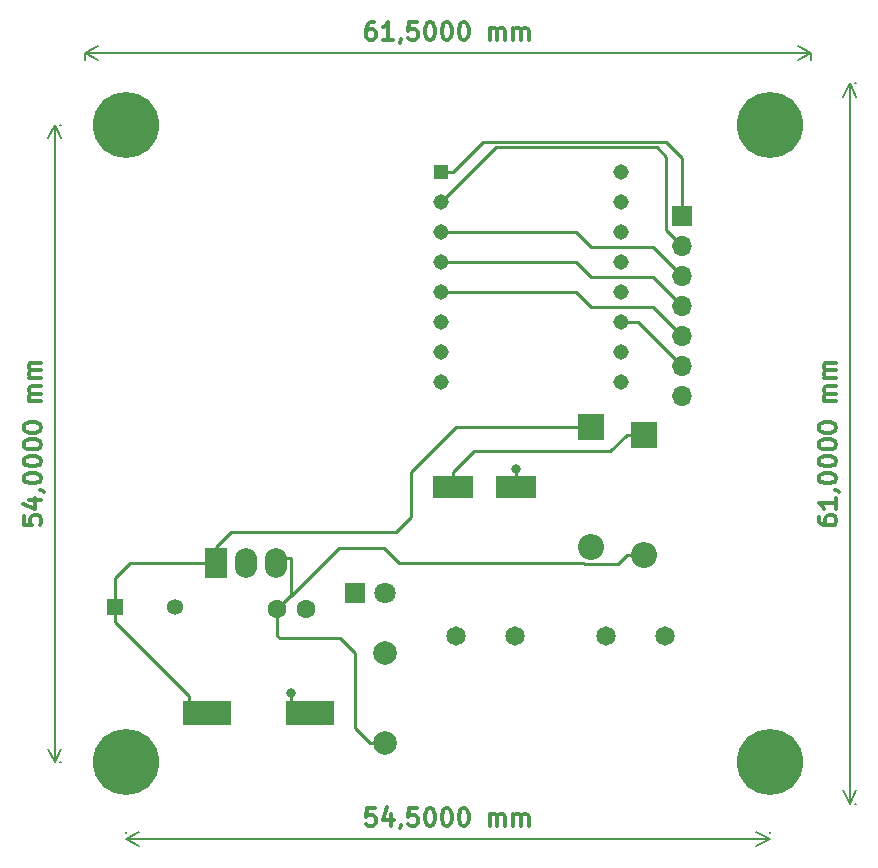
<source format=gbr>
%TF.GenerationSoftware,KiCad,Pcbnew,7.0.9*%
%TF.CreationDate,2025-09-04T13:27:58+02:00*%
%TF.ProjectId,Kicad_Projet_Sons_HW896_V1,4b696361-645f-4507-926f-6a65745f536f,rev?*%
%TF.SameCoordinates,Original*%
%TF.FileFunction,Copper,L1,Top*%
%TF.FilePolarity,Positive*%
%FSLAX46Y46*%
G04 Gerber Fmt 4.6, Leading zero omitted, Abs format (unit mm)*
G04 Created by KiCad (PCBNEW 7.0.9) date 2025-09-04 13:27:58*
%MOMM*%
%LPD*%
G01*
G04 APERTURE LIST*
%ADD10C,0.300000*%
%TA.AperFunction,NonConductor*%
%ADD11C,0.300000*%
%TD*%
%TA.AperFunction,NonConductor*%
%ADD12C,0.200000*%
%TD*%
%TA.AperFunction,ComponentPad*%
%ADD13C,5.600000*%
%TD*%
%TA.AperFunction,ComponentPad*%
%ADD14R,1.800000X1.800000*%
%TD*%
%TA.AperFunction,ComponentPad*%
%ADD15C,1.800000*%
%TD*%
%TA.AperFunction,ComponentPad*%
%ADD16C,1.600000*%
%TD*%
%TA.AperFunction,ComponentPad*%
%ADD17C,2.000000*%
%TD*%
%TA.AperFunction,ComponentPad*%
%ADD18R,1.357000X1.357000*%
%TD*%
%TA.AperFunction,ComponentPad*%
%ADD19C,1.357000*%
%TD*%
%TA.AperFunction,ComponentPad*%
%ADD20R,2.200000X2.200000*%
%TD*%
%TA.AperFunction,ComponentPad*%
%ADD21O,2.200000X2.200000*%
%TD*%
%TA.AperFunction,ComponentPad*%
%ADD22R,1.700000X1.700000*%
%TD*%
%TA.AperFunction,ComponentPad*%
%ADD23O,1.700000X1.700000*%
%TD*%
%TA.AperFunction,SMDPad,CuDef*%
%ADD24R,3.500000X1.850000*%
%TD*%
%TA.AperFunction,ComponentPad*%
%ADD25C,1.650000*%
%TD*%
%TA.AperFunction,SMDPad,CuDef*%
%ADD26R,4.100000X2.000000*%
%TD*%
%TA.AperFunction,ComponentPad*%
%ADD27R,1.308000X1.308000*%
%TD*%
%TA.AperFunction,ComponentPad*%
%ADD28C,1.308000*%
%TD*%
%TA.AperFunction,ComponentPad*%
%ADD29R,1.900000X2.500000*%
%TD*%
%TA.AperFunction,ComponentPad*%
%ADD30O,1.900000X2.500000*%
%TD*%
%TA.AperFunction,ViaPad*%
%ADD31C,0.800000*%
%TD*%
%TA.AperFunction,Conductor*%
%ADD32C,0.250000*%
%TD*%
G04 APERTURE END LIST*
D10*
D11*
X110638328Y-83742855D02*
X110638328Y-84457141D01*
X110638328Y-84457141D02*
X111352614Y-84528569D01*
X111352614Y-84528569D02*
X111281185Y-84457141D01*
X111281185Y-84457141D02*
X111209757Y-84314284D01*
X111209757Y-84314284D02*
X111209757Y-83957141D01*
X111209757Y-83957141D02*
X111281185Y-83814284D01*
X111281185Y-83814284D02*
X111352614Y-83742855D01*
X111352614Y-83742855D02*
X111495471Y-83671426D01*
X111495471Y-83671426D02*
X111852614Y-83671426D01*
X111852614Y-83671426D02*
X111995471Y-83742855D01*
X111995471Y-83742855D02*
X112066900Y-83814284D01*
X112066900Y-83814284D02*
X112138328Y-83957141D01*
X112138328Y-83957141D02*
X112138328Y-84314284D01*
X112138328Y-84314284D02*
X112066900Y-84457141D01*
X112066900Y-84457141D02*
X111995471Y-84528569D01*
X111138328Y-82385713D02*
X112138328Y-82385713D01*
X110566900Y-82742855D02*
X111638328Y-83099998D01*
X111638328Y-83099998D02*
X111638328Y-82171427D01*
X112066900Y-81528570D02*
X112138328Y-81528570D01*
X112138328Y-81528570D02*
X112281185Y-81599999D01*
X112281185Y-81599999D02*
X112352614Y-81671427D01*
X110638328Y-80599998D02*
X110638328Y-80457141D01*
X110638328Y-80457141D02*
X110709757Y-80314284D01*
X110709757Y-80314284D02*
X110781185Y-80242856D01*
X110781185Y-80242856D02*
X110924042Y-80171427D01*
X110924042Y-80171427D02*
X111209757Y-80099998D01*
X111209757Y-80099998D02*
X111566900Y-80099998D01*
X111566900Y-80099998D02*
X111852614Y-80171427D01*
X111852614Y-80171427D02*
X111995471Y-80242856D01*
X111995471Y-80242856D02*
X112066900Y-80314284D01*
X112066900Y-80314284D02*
X112138328Y-80457141D01*
X112138328Y-80457141D02*
X112138328Y-80599998D01*
X112138328Y-80599998D02*
X112066900Y-80742856D01*
X112066900Y-80742856D02*
X111995471Y-80814284D01*
X111995471Y-80814284D02*
X111852614Y-80885713D01*
X111852614Y-80885713D02*
X111566900Y-80957141D01*
X111566900Y-80957141D02*
X111209757Y-80957141D01*
X111209757Y-80957141D02*
X110924042Y-80885713D01*
X110924042Y-80885713D02*
X110781185Y-80814284D01*
X110781185Y-80814284D02*
X110709757Y-80742856D01*
X110709757Y-80742856D02*
X110638328Y-80599998D01*
X110638328Y-79171427D02*
X110638328Y-79028570D01*
X110638328Y-79028570D02*
X110709757Y-78885713D01*
X110709757Y-78885713D02*
X110781185Y-78814285D01*
X110781185Y-78814285D02*
X110924042Y-78742856D01*
X110924042Y-78742856D02*
X111209757Y-78671427D01*
X111209757Y-78671427D02*
X111566900Y-78671427D01*
X111566900Y-78671427D02*
X111852614Y-78742856D01*
X111852614Y-78742856D02*
X111995471Y-78814285D01*
X111995471Y-78814285D02*
X112066900Y-78885713D01*
X112066900Y-78885713D02*
X112138328Y-79028570D01*
X112138328Y-79028570D02*
X112138328Y-79171427D01*
X112138328Y-79171427D02*
X112066900Y-79314285D01*
X112066900Y-79314285D02*
X111995471Y-79385713D01*
X111995471Y-79385713D02*
X111852614Y-79457142D01*
X111852614Y-79457142D02*
X111566900Y-79528570D01*
X111566900Y-79528570D02*
X111209757Y-79528570D01*
X111209757Y-79528570D02*
X110924042Y-79457142D01*
X110924042Y-79457142D02*
X110781185Y-79385713D01*
X110781185Y-79385713D02*
X110709757Y-79314285D01*
X110709757Y-79314285D02*
X110638328Y-79171427D01*
X110638328Y-77742856D02*
X110638328Y-77599999D01*
X110638328Y-77599999D02*
X110709757Y-77457142D01*
X110709757Y-77457142D02*
X110781185Y-77385714D01*
X110781185Y-77385714D02*
X110924042Y-77314285D01*
X110924042Y-77314285D02*
X111209757Y-77242856D01*
X111209757Y-77242856D02*
X111566900Y-77242856D01*
X111566900Y-77242856D02*
X111852614Y-77314285D01*
X111852614Y-77314285D02*
X111995471Y-77385714D01*
X111995471Y-77385714D02*
X112066900Y-77457142D01*
X112066900Y-77457142D02*
X112138328Y-77599999D01*
X112138328Y-77599999D02*
X112138328Y-77742856D01*
X112138328Y-77742856D02*
X112066900Y-77885714D01*
X112066900Y-77885714D02*
X111995471Y-77957142D01*
X111995471Y-77957142D02*
X111852614Y-78028571D01*
X111852614Y-78028571D02*
X111566900Y-78099999D01*
X111566900Y-78099999D02*
X111209757Y-78099999D01*
X111209757Y-78099999D02*
X110924042Y-78028571D01*
X110924042Y-78028571D02*
X110781185Y-77957142D01*
X110781185Y-77957142D02*
X110709757Y-77885714D01*
X110709757Y-77885714D02*
X110638328Y-77742856D01*
X110638328Y-76314285D02*
X110638328Y-76171428D01*
X110638328Y-76171428D02*
X110709757Y-76028571D01*
X110709757Y-76028571D02*
X110781185Y-75957143D01*
X110781185Y-75957143D02*
X110924042Y-75885714D01*
X110924042Y-75885714D02*
X111209757Y-75814285D01*
X111209757Y-75814285D02*
X111566900Y-75814285D01*
X111566900Y-75814285D02*
X111852614Y-75885714D01*
X111852614Y-75885714D02*
X111995471Y-75957143D01*
X111995471Y-75957143D02*
X112066900Y-76028571D01*
X112066900Y-76028571D02*
X112138328Y-76171428D01*
X112138328Y-76171428D02*
X112138328Y-76314285D01*
X112138328Y-76314285D02*
X112066900Y-76457143D01*
X112066900Y-76457143D02*
X111995471Y-76528571D01*
X111995471Y-76528571D02*
X111852614Y-76600000D01*
X111852614Y-76600000D02*
X111566900Y-76671428D01*
X111566900Y-76671428D02*
X111209757Y-76671428D01*
X111209757Y-76671428D02*
X110924042Y-76600000D01*
X110924042Y-76600000D02*
X110781185Y-76528571D01*
X110781185Y-76528571D02*
X110709757Y-76457143D01*
X110709757Y-76457143D02*
X110638328Y-76314285D01*
X112138328Y-74028572D02*
X111138328Y-74028572D01*
X111281185Y-74028572D02*
X111209757Y-73957143D01*
X111209757Y-73957143D02*
X111138328Y-73814286D01*
X111138328Y-73814286D02*
X111138328Y-73600000D01*
X111138328Y-73600000D02*
X111209757Y-73457143D01*
X111209757Y-73457143D02*
X111352614Y-73385715D01*
X111352614Y-73385715D02*
X112138328Y-73385715D01*
X111352614Y-73385715D02*
X111209757Y-73314286D01*
X111209757Y-73314286D02*
X111138328Y-73171429D01*
X111138328Y-73171429D02*
X111138328Y-72957143D01*
X111138328Y-72957143D02*
X111209757Y-72814286D01*
X111209757Y-72814286D02*
X111352614Y-72742857D01*
X111352614Y-72742857D02*
X112138328Y-72742857D01*
X112138328Y-72028572D02*
X111138328Y-72028572D01*
X111281185Y-72028572D02*
X111209757Y-71957143D01*
X111209757Y-71957143D02*
X111138328Y-71814286D01*
X111138328Y-71814286D02*
X111138328Y-71600000D01*
X111138328Y-71600000D02*
X111209757Y-71457143D01*
X111209757Y-71457143D02*
X111352614Y-71385715D01*
X111352614Y-71385715D02*
X112138328Y-71385715D01*
X111352614Y-71385715D02*
X111209757Y-71314286D01*
X111209757Y-71314286D02*
X111138328Y-71171429D01*
X111138328Y-71171429D02*
X111138328Y-70957143D01*
X111138328Y-70957143D02*
X111209757Y-70814286D01*
X111209757Y-70814286D02*
X111352614Y-70742857D01*
X111352614Y-70742857D02*
X112138328Y-70742857D01*
D12*
X113760000Y-50600000D02*
X113846420Y-50600000D01*
X113760000Y-104600000D02*
X113846420Y-104600000D01*
X113260000Y-50600000D02*
X113260000Y-104600000D01*
X113260000Y-50600000D02*
X113260000Y-104600000D01*
X113260000Y-50600000D02*
X113846421Y-51726504D01*
X113260000Y-50600000D02*
X112673579Y-51726504D01*
X113260000Y-104600000D02*
X112673579Y-103473496D01*
X113260000Y-104600000D02*
X113846421Y-103473496D01*
D10*
D11*
X177948328Y-83814284D02*
X177948328Y-84099998D01*
X177948328Y-84099998D02*
X178019757Y-84242855D01*
X178019757Y-84242855D02*
X178091185Y-84314284D01*
X178091185Y-84314284D02*
X178305471Y-84457141D01*
X178305471Y-84457141D02*
X178591185Y-84528569D01*
X178591185Y-84528569D02*
X179162614Y-84528569D01*
X179162614Y-84528569D02*
X179305471Y-84457141D01*
X179305471Y-84457141D02*
X179376900Y-84385712D01*
X179376900Y-84385712D02*
X179448328Y-84242855D01*
X179448328Y-84242855D02*
X179448328Y-83957141D01*
X179448328Y-83957141D02*
X179376900Y-83814284D01*
X179376900Y-83814284D02*
X179305471Y-83742855D01*
X179305471Y-83742855D02*
X179162614Y-83671426D01*
X179162614Y-83671426D02*
X178805471Y-83671426D01*
X178805471Y-83671426D02*
X178662614Y-83742855D01*
X178662614Y-83742855D02*
X178591185Y-83814284D01*
X178591185Y-83814284D02*
X178519757Y-83957141D01*
X178519757Y-83957141D02*
X178519757Y-84242855D01*
X178519757Y-84242855D02*
X178591185Y-84385712D01*
X178591185Y-84385712D02*
X178662614Y-84457141D01*
X178662614Y-84457141D02*
X178805471Y-84528569D01*
X179448328Y-82242855D02*
X179448328Y-83099998D01*
X179448328Y-82671427D02*
X177948328Y-82671427D01*
X177948328Y-82671427D02*
X178162614Y-82814284D01*
X178162614Y-82814284D02*
X178305471Y-82957141D01*
X178305471Y-82957141D02*
X178376900Y-83099998D01*
X179376900Y-81528570D02*
X179448328Y-81528570D01*
X179448328Y-81528570D02*
X179591185Y-81599999D01*
X179591185Y-81599999D02*
X179662614Y-81671427D01*
X177948328Y-80599998D02*
X177948328Y-80457141D01*
X177948328Y-80457141D02*
X178019757Y-80314284D01*
X178019757Y-80314284D02*
X178091185Y-80242856D01*
X178091185Y-80242856D02*
X178234042Y-80171427D01*
X178234042Y-80171427D02*
X178519757Y-80099998D01*
X178519757Y-80099998D02*
X178876900Y-80099998D01*
X178876900Y-80099998D02*
X179162614Y-80171427D01*
X179162614Y-80171427D02*
X179305471Y-80242856D01*
X179305471Y-80242856D02*
X179376900Y-80314284D01*
X179376900Y-80314284D02*
X179448328Y-80457141D01*
X179448328Y-80457141D02*
X179448328Y-80599998D01*
X179448328Y-80599998D02*
X179376900Y-80742856D01*
X179376900Y-80742856D02*
X179305471Y-80814284D01*
X179305471Y-80814284D02*
X179162614Y-80885713D01*
X179162614Y-80885713D02*
X178876900Y-80957141D01*
X178876900Y-80957141D02*
X178519757Y-80957141D01*
X178519757Y-80957141D02*
X178234042Y-80885713D01*
X178234042Y-80885713D02*
X178091185Y-80814284D01*
X178091185Y-80814284D02*
X178019757Y-80742856D01*
X178019757Y-80742856D02*
X177948328Y-80599998D01*
X177948328Y-79171427D02*
X177948328Y-79028570D01*
X177948328Y-79028570D02*
X178019757Y-78885713D01*
X178019757Y-78885713D02*
X178091185Y-78814285D01*
X178091185Y-78814285D02*
X178234042Y-78742856D01*
X178234042Y-78742856D02*
X178519757Y-78671427D01*
X178519757Y-78671427D02*
X178876900Y-78671427D01*
X178876900Y-78671427D02*
X179162614Y-78742856D01*
X179162614Y-78742856D02*
X179305471Y-78814285D01*
X179305471Y-78814285D02*
X179376900Y-78885713D01*
X179376900Y-78885713D02*
X179448328Y-79028570D01*
X179448328Y-79028570D02*
X179448328Y-79171427D01*
X179448328Y-79171427D02*
X179376900Y-79314285D01*
X179376900Y-79314285D02*
X179305471Y-79385713D01*
X179305471Y-79385713D02*
X179162614Y-79457142D01*
X179162614Y-79457142D02*
X178876900Y-79528570D01*
X178876900Y-79528570D02*
X178519757Y-79528570D01*
X178519757Y-79528570D02*
X178234042Y-79457142D01*
X178234042Y-79457142D02*
X178091185Y-79385713D01*
X178091185Y-79385713D02*
X178019757Y-79314285D01*
X178019757Y-79314285D02*
X177948328Y-79171427D01*
X177948328Y-77742856D02*
X177948328Y-77599999D01*
X177948328Y-77599999D02*
X178019757Y-77457142D01*
X178019757Y-77457142D02*
X178091185Y-77385714D01*
X178091185Y-77385714D02*
X178234042Y-77314285D01*
X178234042Y-77314285D02*
X178519757Y-77242856D01*
X178519757Y-77242856D02*
X178876900Y-77242856D01*
X178876900Y-77242856D02*
X179162614Y-77314285D01*
X179162614Y-77314285D02*
X179305471Y-77385714D01*
X179305471Y-77385714D02*
X179376900Y-77457142D01*
X179376900Y-77457142D02*
X179448328Y-77599999D01*
X179448328Y-77599999D02*
X179448328Y-77742856D01*
X179448328Y-77742856D02*
X179376900Y-77885714D01*
X179376900Y-77885714D02*
X179305471Y-77957142D01*
X179305471Y-77957142D02*
X179162614Y-78028571D01*
X179162614Y-78028571D02*
X178876900Y-78099999D01*
X178876900Y-78099999D02*
X178519757Y-78099999D01*
X178519757Y-78099999D02*
X178234042Y-78028571D01*
X178234042Y-78028571D02*
X178091185Y-77957142D01*
X178091185Y-77957142D02*
X178019757Y-77885714D01*
X178019757Y-77885714D02*
X177948328Y-77742856D01*
X177948328Y-76314285D02*
X177948328Y-76171428D01*
X177948328Y-76171428D02*
X178019757Y-76028571D01*
X178019757Y-76028571D02*
X178091185Y-75957143D01*
X178091185Y-75957143D02*
X178234042Y-75885714D01*
X178234042Y-75885714D02*
X178519757Y-75814285D01*
X178519757Y-75814285D02*
X178876900Y-75814285D01*
X178876900Y-75814285D02*
X179162614Y-75885714D01*
X179162614Y-75885714D02*
X179305471Y-75957143D01*
X179305471Y-75957143D02*
X179376900Y-76028571D01*
X179376900Y-76028571D02*
X179448328Y-76171428D01*
X179448328Y-76171428D02*
X179448328Y-76314285D01*
X179448328Y-76314285D02*
X179376900Y-76457143D01*
X179376900Y-76457143D02*
X179305471Y-76528571D01*
X179305471Y-76528571D02*
X179162614Y-76600000D01*
X179162614Y-76600000D02*
X178876900Y-76671428D01*
X178876900Y-76671428D02*
X178519757Y-76671428D01*
X178519757Y-76671428D02*
X178234042Y-76600000D01*
X178234042Y-76600000D02*
X178091185Y-76528571D01*
X178091185Y-76528571D02*
X178019757Y-76457143D01*
X178019757Y-76457143D02*
X177948328Y-76314285D01*
X179448328Y-74028572D02*
X178448328Y-74028572D01*
X178591185Y-74028572D02*
X178519757Y-73957143D01*
X178519757Y-73957143D02*
X178448328Y-73814286D01*
X178448328Y-73814286D02*
X178448328Y-73600000D01*
X178448328Y-73600000D02*
X178519757Y-73457143D01*
X178519757Y-73457143D02*
X178662614Y-73385715D01*
X178662614Y-73385715D02*
X179448328Y-73385715D01*
X178662614Y-73385715D02*
X178519757Y-73314286D01*
X178519757Y-73314286D02*
X178448328Y-73171429D01*
X178448328Y-73171429D02*
X178448328Y-72957143D01*
X178448328Y-72957143D02*
X178519757Y-72814286D01*
X178519757Y-72814286D02*
X178662614Y-72742857D01*
X178662614Y-72742857D02*
X179448328Y-72742857D01*
X179448328Y-72028572D02*
X178448328Y-72028572D01*
X178591185Y-72028572D02*
X178519757Y-71957143D01*
X178519757Y-71957143D02*
X178448328Y-71814286D01*
X178448328Y-71814286D02*
X178448328Y-71600000D01*
X178448328Y-71600000D02*
X178519757Y-71457143D01*
X178519757Y-71457143D02*
X178662614Y-71385715D01*
X178662614Y-71385715D02*
X179448328Y-71385715D01*
X178662614Y-71385715D02*
X178519757Y-71314286D01*
X178519757Y-71314286D02*
X178448328Y-71171429D01*
X178448328Y-71171429D02*
X178448328Y-70957143D01*
X178448328Y-70957143D02*
X178519757Y-70814286D01*
X178519757Y-70814286D02*
X178662614Y-70742857D01*
X178662614Y-70742857D02*
X179448328Y-70742857D01*
D12*
X181070000Y-47100000D02*
X181156420Y-47100000D01*
X181070000Y-108100000D02*
X181156420Y-108100000D01*
X180570000Y-47100000D02*
X180570000Y-108100000D01*
X180570000Y-47100000D02*
X180570000Y-108100000D01*
X180570000Y-47100000D02*
X181156421Y-48226504D01*
X180570000Y-47100000D02*
X179983579Y-48226504D01*
X180570000Y-108100000D02*
X179983579Y-106973496D01*
X180570000Y-108100000D02*
X181156421Y-106973496D01*
D10*
D11*
X140407144Y-108478328D02*
X139692858Y-108478328D01*
X139692858Y-108478328D02*
X139621430Y-109192614D01*
X139621430Y-109192614D02*
X139692858Y-109121185D01*
X139692858Y-109121185D02*
X139835716Y-109049757D01*
X139835716Y-109049757D02*
X140192858Y-109049757D01*
X140192858Y-109049757D02*
X140335716Y-109121185D01*
X140335716Y-109121185D02*
X140407144Y-109192614D01*
X140407144Y-109192614D02*
X140478573Y-109335471D01*
X140478573Y-109335471D02*
X140478573Y-109692614D01*
X140478573Y-109692614D02*
X140407144Y-109835471D01*
X140407144Y-109835471D02*
X140335716Y-109906900D01*
X140335716Y-109906900D02*
X140192858Y-109978328D01*
X140192858Y-109978328D02*
X139835716Y-109978328D01*
X139835716Y-109978328D02*
X139692858Y-109906900D01*
X139692858Y-109906900D02*
X139621430Y-109835471D01*
X141764287Y-108978328D02*
X141764287Y-109978328D01*
X141407144Y-108406900D02*
X141050001Y-109478328D01*
X141050001Y-109478328D02*
X141978572Y-109478328D01*
X142621429Y-109906900D02*
X142621429Y-109978328D01*
X142621429Y-109978328D02*
X142550000Y-110121185D01*
X142550000Y-110121185D02*
X142478572Y-110192614D01*
X143978572Y-108478328D02*
X143264286Y-108478328D01*
X143264286Y-108478328D02*
X143192858Y-109192614D01*
X143192858Y-109192614D02*
X143264286Y-109121185D01*
X143264286Y-109121185D02*
X143407144Y-109049757D01*
X143407144Y-109049757D02*
X143764286Y-109049757D01*
X143764286Y-109049757D02*
X143907144Y-109121185D01*
X143907144Y-109121185D02*
X143978572Y-109192614D01*
X143978572Y-109192614D02*
X144050001Y-109335471D01*
X144050001Y-109335471D02*
X144050001Y-109692614D01*
X144050001Y-109692614D02*
X143978572Y-109835471D01*
X143978572Y-109835471D02*
X143907144Y-109906900D01*
X143907144Y-109906900D02*
X143764286Y-109978328D01*
X143764286Y-109978328D02*
X143407144Y-109978328D01*
X143407144Y-109978328D02*
X143264286Y-109906900D01*
X143264286Y-109906900D02*
X143192858Y-109835471D01*
X144978572Y-108478328D02*
X145121429Y-108478328D01*
X145121429Y-108478328D02*
X145264286Y-108549757D01*
X145264286Y-108549757D02*
X145335715Y-108621185D01*
X145335715Y-108621185D02*
X145407143Y-108764042D01*
X145407143Y-108764042D02*
X145478572Y-109049757D01*
X145478572Y-109049757D02*
X145478572Y-109406900D01*
X145478572Y-109406900D02*
X145407143Y-109692614D01*
X145407143Y-109692614D02*
X145335715Y-109835471D01*
X145335715Y-109835471D02*
X145264286Y-109906900D01*
X145264286Y-109906900D02*
X145121429Y-109978328D01*
X145121429Y-109978328D02*
X144978572Y-109978328D01*
X144978572Y-109978328D02*
X144835715Y-109906900D01*
X144835715Y-109906900D02*
X144764286Y-109835471D01*
X144764286Y-109835471D02*
X144692857Y-109692614D01*
X144692857Y-109692614D02*
X144621429Y-109406900D01*
X144621429Y-109406900D02*
X144621429Y-109049757D01*
X144621429Y-109049757D02*
X144692857Y-108764042D01*
X144692857Y-108764042D02*
X144764286Y-108621185D01*
X144764286Y-108621185D02*
X144835715Y-108549757D01*
X144835715Y-108549757D02*
X144978572Y-108478328D01*
X146407143Y-108478328D02*
X146550000Y-108478328D01*
X146550000Y-108478328D02*
X146692857Y-108549757D01*
X146692857Y-108549757D02*
X146764286Y-108621185D01*
X146764286Y-108621185D02*
X146835714Y-108764042D01*
X146835714Y-108764042D02*
X146907143Y-109049757D01*
X146907143Y-109049757D02*
X146907143Y-109406900D01*
X146907143Y-109406900D02*
X146835714Y-109692614D01*
X146835714Y-109692614D02*
X146764286Y-109835471D01*
X146764286Y-109835471D02*
X146692857Y-109906900D01*
X146692857Y-109906900D02*
X146550000Y-109978328D01*
X146550000Y-109978328D02*
X146407143Y-109978328D01*
X146407143Y-109978328D02*
X146264286Y-109906900D01*
X146264286Y-109906900D02*
X146192857Y-109835471D01*
X146192857Y-109835471D02*
X146121428Y-109692614D01*
X146121428Y-109692614D02*
X146050000Y-109406900D01*
X146050000Y-109406900D02*
X146050000Y-109049757D01*
X146050000Y-109049757D02*
X146121428Y-108764042D01*
X146121428Y-108764042D02*
X146192857Y-108621185D01*
X146192857Y-108621185D02*
X146264286Y-108549757D01*
X146264286Y-108549757D02*
X146407143Y-108478328D01*
X147835714Y-108478328D02*
X147978571Y-108478328D01*
X147978571Y-108478328D02*
X148121428Y-108549757D01*
X148121428Y-108549757D02*
X148192857Y-108621185D01*
X148192857Y-108621185D02*
X148264285Y-108764042D01*
X148264285Y-108764042D02*
X148335714Y-109049757D01*
X148335714Y-109049757D02*
X148335714Y-109406900D01*
X148335714Y-109406900D02*
X148264285Y-109692614D01*
X148264285Y-109692614D02*
X148192857Y-109835471D01*
X148192857Y-109835471D02*
X148121428Y-109906900D01*
X148121428Y-109906900D02*
X147978571Y-109978328D01*
X147978571Y-109978328D02*
X147835714Y-109978328D01*
X147835714Y-109978328D02*
X147692857Y-109906900D01*
X147692857Y-109906900D02*
X147621428Y-109835471D01*
X147621428Y-109835471D02*
X147549999Y-109692614D01*
X147549999Y-109692614D02*
X147478571Y-109406900D01*
X147478571Y-109406900D02*
X147478571Y-109049757D01*
X147478571Y-109049757D02*
X147549999Y-108764042D01*
X147549999Y-108764042D02*
X147621428Y-108621185D01*
X147621428Y-108621185D02*
X147692857Y-108549757D01*
X147692857Y-108549757D02*
X147835714Y-108478328D01*
X150121427Y-109978328D02*
X150121427Y-108978328D01*
X150121427Y-109121185D02*
X150192856Y-109049757D01*
X150192856Y-109049757D02*
X150335713Y-108978328D01*
X150335713Y-108978328D02*
X150549999Y-108978328D01*
X150549999Y-108978328D02*
X150692856Y-109049757D01*
X150692856Y-109049757D02*
X150764285Y-109192614D01*
X150764285Y-109192614D02*
X150764285Y-109978328D01*
X150764285Y-109192614D02*
X150835713Y-109049757D01*
X150835713Y-109049757D02*
X150978570Y-108978328D01*
X150978570Y-108978328D02*
X151192856Y-108978328D01*
X151192856Y-108978328D02*
X151335713Y-109049757D01*
X151335713Y-109049757D02*
X151407142Y-109192614D01*
X151407142Y-109192614D02*
X151407142Y-109978328D01*
X152121427Y-109978328D02*
X152121427Y-108978328D01*
X152121427Y-109121185D02*
X152192856Y-109049757D01*
X152192856Y-109049757D02*
X152335713Y-108978328D01*
X152335713Y-108978328D02*
X152549999Y-108978328D01*
X152549999Y-108978328D02*
X152692856Y-109049757D01*
X152692856Y-109049757D02*
X152764285Y-109192614D01*
X152764285Y-109192614D02*
X152764285Y-109978328D01*
X152764285Y-109192614D02*
X152835713Y-109049757D01*
X152835713Y-109049757D02*
X152978570Y-108978328D01*
X152978570Y-108978328D02*
X153192856Y-108978328D01*
X153192856Y-108978328D02*
X153335713Y-109049757D01*
X153335713Y-109049757D02*
X153407142Y-109192614D01*
X153407142Y-109192614D02*
X153407142Y-109978328D01*
D12*
X119300000Y-110600000D02*
X119300000Y-110513580D01*
X173800000Y-110600000D02*
X173800000Y-110513580D01*
X119300000Y-111100000D02*
X173800000Y-111100000D01*
X119300000Y-111100000D02*
X173800000Y-111100000D01*
X119300000Y-111100000D02*
X120426504Y-110513579D01*
X119300000Y-111100000D02*
X120426504Y-111686421D01*
X173800000Y-111100000D02*
X172673496Y-111686421D01*
X173800000Y-111100000D02*
X172673496Y-110513579D01*
D10*
D11*
X140335716Y-41938328D02*
X140050001Y-41938328D01*
X140050001Y-41938328D02*
X139907144Y-42009757D01*
X139907144Y-42009757D02*
X139835716Y-42081185D01*
X139835716Y-42081185D02*
X139692858Y-42295471D01*
X139692858Y-42295471D02*
X139621430Y-42581185D01*
X139621430Y-42581185D02*
X139621430Y-43152614D01*
X139621430Y-43152614D02*
X139692858Y-43295471D01*
X139692858Y-43295471D02*
X139764287Y-43366900D01*
X139764287Y-43366900D02*
X139907144Y-43438328D01*
X139907144Y-43438328D02*
X140192858Y-43438328D01*
X140192858Y-43438328D02*
X140335716Y-43366900D01*
X140335716Y-43366900D02*
X140407144Y-43295471D01*
X140407144Y-43295471D02*
X140478573Y-43152614D01*
X140478573Y-43152614D02*
X140478573Y-42795471D01*
X140478573Y-42795471D02*
X140407144Y-42652614D01*
X140407144Y-42652614D02*
X140335716Y-42581185D01*
X140335716Y-42581185D02*
X140192858Y-42509757D01*
X140192858Y-42509757D02*
X139907144Y-42509757D01*
X139907144Y-42509757D02*
X139764287Y-42581185D01*
X139764287Y-42581185D02*
X139692858Y-42652614D01*
X139692858Y-42652614D02*
X139621430Y-42795471D01*
X141907144Y-43438328D02*
X141050001Y-43438328D01*
X141478572Y-43438328D02*
X141478572Y-41938328D01*
X141478572Y-41938328D02*
X141335715Y-42152614D01*
X141335715Y-42152614D02*
X141192858Y-42295471D01*
X141192858Y-42295471D02*
X141050001Y-42366900D01*
X142621429Y-43366900D02*
X142621429Y-43438328D01*
X142621429Y-43438328D02*
X142550000Y-43581185D01*
X142550000Y-43581185D02*
X142478572Y-43652614D01*
X143978572Y-41938328D02*
X143264286Y-41938328D01*
X143264286Y-41938328D02*
X143192858Y-42652614D01*
X143192858Y-42652614D02*
X143264286Y-42581185D01*
X143264286Y-42581185D02*
X143407144Y-42509757D01*
X143407144Y-42509757D02*
X143764286Y-42509757D01*
X143764286Y-42509757D02*
X143907144Y-42581185D01*
X143907144Y-42581185D02*
X143978572Y-42652614D01*
X143978572Y-42652614D02*
X144050001Y-42795471D01*
X144050001Y-42795471D02*
X144050001Y-43152614D01*
X144050001Y-43152614D02*
X143978572Y-43295471D01*
X143978572Y-43295471D02*
X143907144Y-43366900D01*
X143907144Y-43366900D02*
X143764286Y-43438328D01*
X143764286Y-43438328D02*
X143407144Y-43438328D01*
X143407144Y-43438328D02*
X143264286Y-43366900D01*
X143264286Y-43366900D02*
X143192858Y-43295471D01*
X144978572Y-41938328D02*
X145121429Y-41938328D01*
X145121429Y-41938328D02*
X145264286Y-42009757D01*
X145264286Y-42009757D02*
X145335715Y-42081185D01*
X145335715Y-42081185D02*
X145407143Y-42224042D01*
X145407143Y-42224042D02*
X145478572Y-42509757D01*
X145478572Y-42509757D02*
X145478572Y-42866900D01*
X145478572Y-42866900D02*
X145407143Y-43152614D01*
X145407143Y-43152614D02*
X145335715Y-43295471D01*
X145335715Y-43295471D02*
X145264286Y-43366900D01*
X145264286Y-43366900D02*
X145121429Y-43438328D01*
X145121429Y-43438328D02*
X144978572Y-43438328D01*
X144978572Y-43438328D02*
X144835715Y-43366900D01*
X144835715Y-43366900D02*
X144764286Y-43295471D01*
X144764286Y-43295471D02*
X144692857Y-43152614D01*
X144692857Y-43152614D02*
X144621429Y-42866900D01*
X144621429Y-42866900D02*
X144621429Y-42509757D01*
X144621429Y-42509757D02*
X144692857Y-42224042D01*
X144692857Y-42224042D02*
X144764286Y-42081185D01*
X144764286Y-42081185D02*
X144835715Y-42009757D01*
X144835715Y-42009757D02*
X144978572Y-41938328D01*
X146407143Y-41938328D02*
X146550000Y-41938328D01*
X146550000Y-41938328D02*
X146692857Y-42009757D01*
X146692857Y-42009757D02*
X146764286Y-42081185D01*
X146764286Y-42081185D02*
X146835714Y-42224042D01*
X146835714Y-42224042D02*
X146907143Y-42509757D01*
X146907143Y-42509757D02*
X146907143Y-42866900D01*
X146907143Y-42866900D02*
X146835714Y-43152614D01*
X146835714Y-43152614D02*
X146764286Y-43295471D01*
X146764286Y-43295471D02*
X146692857Y-43366900D01*
X146692857Y-43366900D02*
X146550000Y-43438328D01*
X146550000Y-43438328D02*
X146407143Y-43438328D01*
X146407143Y-43438328D02*
X146264286Y-43366900D01*
X146264286Y-43366900D02*
X146192857Y-43295471D01*
X146192857Y-43295471D02*
X146121428Y-43152614D01*
X146121428Y-43152614D02*
X146050000Y-42866900D01*
X146050000Y-42866900D02*
X146050000Y-42509757D01*
X146050000Y-42509757D02*
X146121428Y-42224042D01*
X146121428Y-42224042D02*
X146192857Y-42081185D01*
X146192857Y-42081185D02*
X146264286Y-42009757D01*
X146264286Y-42009757D02*
X146407143Y-41938328D01*
X147835714Y-41938328D02*
X147978571Y-41938328D01*
X147978571Y-41938328D02*
X148121428Y-42009757D01*
X148121428Y-42009757D02*
X148192857Y-42081185D01*
X148192857Y-42081185D02*
X148264285Y-42224042D01*
X148264285Y-42224042D02*
X148335714Y-42509757D01*
X148335714Y-42509757D02*
X148335714Y-42866900D01*
X148335714Y-42866900D02*
X148264285Y-43152614D01*
X148264285Y-43152614D02*
X148192857Y-43295471D01*
X148192857Y-43295471D02*
X148121428Y-43366900D01*
X148121428Y-43366900D02*
X147978571Y-43438328D01*
X147978571Y-43438328D02*
X147835714Y-43438328D01*
X147835714Y-43438328D02*
X147692857Y-43366900D01*
X147692857Y-43366900D02*
X147621428Y-43295471D01*
X147621428Y-43295471D02*
X147549999Y-43152614D01*
X147549999Y-43152614D02*
X147478571Y-42866900D01*
X147478571Y-42866900D02*
X147478571Y-42509757D01*
X147478571Y-42509757D02*
X147549999Y-42224042D01*
X147549999Y-42224042D02*
X147621428Y-42081185D01*
X147621428Y-42081185D02*
X147692857Y-42009757D01*
X147692857Y-42009757D02*
X147835714Y-41938328D01*
X150121427Y-43438328D02*
X150121427Y-42438328D01*
X150121427Y-42581185D02*
X150192856Y-42509757D01*
X150192856Y-42509757D02*
X150335713Y-42438328D01*
X150335713Y-42438328D02*
X150549999Y-42438328D01*
X150549999Y-42438328D02*
X150692856Y-42509757D01*
X150692856Y-42509757D02*
X150764285Y-42652614D01*
X150764285Y-42652614D02*
X150764285Y-43438328D01*
X150764285Y-42652614D02*
X150835713Y-42509757D01*
X150835713Y-42509757D02*
X150978570Y-42438328D01*
X150978570Y-42438328D02*
X151192856Y-42438328D01*
X151192856Y-42438328D02*
X151335713Y-42509757D01*
X151335713Y-42509757D02*
X151407142Y-42652614D01*
X151407142Y-42652614D02*
X151407142Y-43438328D01*
X152121427Y-43438328D02*
X152121427Y-42438328D01*
X152121427Y-42581185D02*
X152192856Y-42509757D01*
X152192856Y-42509757D02*
X152335713Y-42438328D01*
X152335713Y-42438328D02*
X152549999Y-42438328D01*
X152549999Y-42438328D02*
X152692856Y-42509757D01*
X152692856Y-42509757D02*
X152764285Y-42652614D01*
X152764285Y-42652614D02*
X152764285Y-43438328D01*
X152764285Y-42652614D02*
X152835713Y-42509757D01*
X152835713Y-42509757D02*
X152978570Y-42438328D01*
X152978570Y-42438328D02*
X153192856Y-42438328D01*
X153192856Y-42438328D02*
X153335713Y-42509757D01*
X153335713Y-42509757D02*
X153407142Y-42652614D01*
X153407142Y-42652614D02*
X153407142Y-43438328D01*
D12*
X115800000Y-44560000D02*
X115800000Y-45146420D01*
X177300000Y-44560000D02*
X177300000Y-45146420D01*
X115800000Y-44560000D02*
X177300000Y-44560000D01*
X115800000Y-44560000D02*
X177300000Y-44560000D01*
X115800000Y-44560000D02*
X116926504Y-43973579D01*
X115800000Y-44560000D02*
X116926504Y-45146421D01*
X177300000Y-44560000D02*
X176173496Y-45146421D01*
X177300000Y-44560000D02*
X176173496Y-43973579D01*
D13*
%TO.P,REF\u002A\u002A,1*%
%TO.N,N/C*%
X173800000Y-104600000D03*
%TD*%
D14*
%TO.P,D3,1,K*%
%TO.N,GND*%
X138660000Y-90280000D03*
D15*
%TO.P,D3,2,A*%
%TO.N,Net-(D3-A)*%
X141200000Y-90280000D03*
%TD*%
D16*
%TO.P,C3,1*%
%TO.N,Net-(D2-A)*%
X132090000Y-91600000D03*
%TO.P,C3,2*%
%TO.N,GND*%
X134590000Y-91600000D03*
%TD*%
D17*
%TO.P,R1,1*%
%TO.N,Net-(D2-A)*%
X141200000Y-102980000D03*
%TO.P,R1,2*%
%TO.N,Net-(D3-A)*%
X141200000Y-95360000D03*
%TD*%
D18*
%TO.P,C1,1,1*%
%TO.N,Net-(C2-+)*%
X118340000Y-91450000D03*
D19*
%TO.P,C1,2,2*%
%TO.N,GND*%
X123420000Y-91450000D03*
%TD*%
D13*
%TO.P,REF\u002A\u002A,1*%
%TO.N,N/C*%
X173800000Y-50600000D03*
%TD*%
D20*
%TO.P,D1,1,K*%
%TO.N,Net-(C2-+)*%
X158720000Y-76210000D03*
D21*
%TO.P,D1,2,A*%
%TO.N,Net-(D1-A)*%
X158720000Y-86370000D03*
%TD*%
D22*
%TO.P,J10,1,Pin_1*%
%TO.N,Net-(J10-Pin_1)*%
X166400000Y-58320000D03*
D23*
%TO.P,J10,2,Pin_2*%
%TO.N,Net-(J10-Pin_2)*%
X166400000Y-60860000D03*
%TO.P,J10,3,Pin_3*%
%TO.N,Net-(J10-Pin_3)*%
X166400000Y-63400000D03*
%TO.P,J10,4,Pin_4*%
%TO.N,Net-(J10-Pin_4)*%
X166400000Y-65940000D03*
%TO.P,J10,5,Pin_5*%
%TO.N,Net-(J10-Pin_5)*%
X166400000Y-68480000D03*
%TO.P,J10,6,Pin_6*%
%TO.N,GND*%
X166400000Y-71020000D03*
%TO.P,J10,7,Pin_7*%
X166400000Y-73560000D03*
%TD*%
D24*
%TO.P,C4,1,+*%
%TO.N,+4V*%
X146970000Y-81290000D03*
%TO.P,C4,2,-*%
%TO.N,GND*%
X152370000Y-81290000D03*
%TD*%
D25*
%TO.P,J1,1,1*%
%TO.N,Net-(D1-A)*%
X152290000Y-93900000D03*
%TO.P,J1,2,2*%
%TO.N,GND*%
X147290000Y-93900000D03*
%TD*%
D20*
%TO.P,D2,1,K*%
%TO.N,+4V*%
X163165000Y-76845000D03*
D21*
%TO.P,D2,2,A*%
%TO.N,Net-(D2-A)*%
X163165000Y-87005000D03*
%TD*%
D13*
%TO.P,REF\u002A\u002A,1*%
%TO.N,N/C*%
X119300000Y-50600000D03*
%TD*%
D25*
%TO.P,J2,1,1*%
%TO.N,Net-(U2-SPK-)*%
X164990000Y-93900000D03*
%TO.P,J2,2,2*%
%TO.N,Net-(U2-SPK+)*%
X159990000Y-93900000D03*
%TD*%
D26*
%TO.P,C2,1,+*%
%TO.N,Net-(C2-+)*%
X126150000Y-100440000D03*
%TO.P,C2,2,-*%
%TO.N,GND*%
X134850000Y-100440000D03*
%TD*%
D27*
%TO.P,U2,1,K1*%
%TO.N,Net-(J10-Pin_1)*%
X146020000Y-54620000D03*
D28*
%TO.P,U2,2,K2*%
%TO.N,Net-(J10-Pin_2)*%
X146020000Y-57160000D03*
%TO.P,U2,3,K3*%
%TO.N,Net-(J10-Pin_3)*%
X146020000Y-59700000D03*
%TO.P,U2,4,K4*%
%TO.N,Net-(J10-Pin_4)*%
X146020000Y-62240000D03*
%TO.P,U2,5,K5*%
%TO.N,Net-(J10-Pin_5)*%
X146020000Y-64780000D03*
%TO.P,U2,6,SGND*%
%TO.N,unconnected-(U2-SGND-Pad6)*%
X146020000Y-67320000D03*
%TO.P,U2,7,ADKEY*%
%TO.N,unconnected-(U2-ADKEY-Pad7)*%
X146020000Y-69860000D03*
%TO.P,U2,8,Busy*%
%TO.N,unconnected-(U2-Busy-Pad8)*%
X146020000Y-72400000D03*
%TO.P,U2,9,RX*%
%TO.N,unconnected-(U2-RX-Pad9)*%
X161260000Y-72400000D03*
%TO.P,U2,10,TX*%
%TO.N,unconnected-(U2-TX-Pad10)*%
X161260000Y-69860000D03*
%TO.P,U2,11,GND*%
%TO.N,GND*%
X161260000Y-67320000D03*
%TO.P,U2,12,VCC*%
%TO.N,+4V*%
X161260000Y-64780000D03*
%TO.P,U2,13,Dac_R*%
%TO.N,unconnected-(U2-Dac_R-Pad13)*%
X161260000Y-62240000D03*
%TO.P,U2,14,Dac_L*%
%TO.N,unconnected-(U2-Dac_L-Pad14)*%
X161260000Y-59700000D03*
%TO.P,U2,15,SPK-*%
%TO.N,Net-(U2-SPK-)*%
X161260000Y-57160000D03*
%TO.P,U2,16,SPK+*%
%TO.N,Net-(U2-SPK+)*%
X161260000Y-54620000D03*
%TD*%
D13*
%TO.P,REF\u002A\u002A,1*%
%TO.N,N/C*%
X119300000Y-104600000D03*
%TD*%
D29*
%TO.P,U1,1,VI*%
%TO.N,Net-(C2-+)*%
X126970000Y-87740000D03*
D30*
%TO.P,U1,2,GND*%
%TO.N,GND*%
X129510000Y-87740000D03*
%TO.P,U1,3,VO*%
%TO.N,Net-(D2-A)*%
X132050000Y-87740000D03*
%TD*%
D31*
%TO.N,GND*%
X152370000Y-79763300D03*
X133320000Y-98733600D03*
%TD*%
D32*
%TO.N,Net-(C2-+)*%
X147290000Y-76210000D02*
X143480000Y-80020000D01*
X143480000Y-83830000D02*
X142210000Y-85100000D01*
X126970000Y-87740000D02*
X119610000Y-87740000D01*
X118340000Y-91450000D02*
X118340000Y-89010000D01*
X158720000Y-76210000D02*
X147290000Y-76210000D01*
X118340000Y-92734700D02*
X124620000Y-99014700D01*
X143480000Y-80020000D02*
X143480000Y-83830000D01*
X118340000Y-89010000D02*
X119610000Y-87740000D01*
X128235000Y-85100000D02*
X126970000Y-86365000D01*
X126970000Y-86365000D02*
X126970000Y-87330000D01*
X124620000Y-99014700D02*
X124620000Y-100340000D01*
X142210000Y-85100000D02*
X128235000Y-85100000D01*
X118340000Y-91450000D02*
X118340000Y-92734700D01*
%TO.N,GND*%
X133320000Y-98733600D02*
X133320000Y-100340000D01*
X162700000Y-67320000D02*
X166400000Y-71020000D01*
X152370000Y-79763300D02*
X152370000Y-81290000D01*
X161260000Y-67320000D02*
X162700000Y-67320000D01*
%TO.N,Net-(D2-A)*%
X133325300Y-87330000D02*
X133325300Y-90467800D01*
X163165000Y-87005000D02*
X161739700Y-87005000D01*
X138660000Y-101710000D02*
X139930000Y-102980000D01*
X139930000Y-102980000D02*
X141200000Y-102980000D01*
X132310000Y-94090000D02*
X137390000Y-94090000D01*
X138660000Y-95360000D02*
X138660000Y-101710000D01*
X161739700Y-87005000D02*
X160949700Y-87795000D01*
X137390000Y-94090000D02*
X138660000Y-95360000D01*
X137323100Y-86470000D02*
X133325300Y-90467800D01*
X141155000Y-86470000D02*
X137323100Y-86470000D01*
X132090000Y-91600000D02*
X133222200Y-90467800D01*
X132050000Y-87330000D02*
X133325300Y-87330000D01*
X158129745Y-87795000D02*
X158074745Y-87740000D01*
X142425000Y-87740000D02*
X141155000Y-86470000D01*
X132090000Y-91600000D02*
X132090000Y-93870000D01*
X160949700Y-87795000D02*
X158129745Y-87795000D01*
X158074745Y-87740000D02*
X142425000Y-87740000D01*
X133222200Y-90467800D02*
X133325300Y-90467800D01*
X132090000Y-93870000D02*
X132310000Y-94090000D01*
%TO.N,+4V*%
X163165000Y-76845000D02*
X161739700Y-76845000D01*
X161739700Y-76845000D02*
X160314400Y-78270300D01*
X148739400Y-78270300D02*
X146970000Y-80039700D01*
X160314400Y-78270300D02*
X148739400Y-78270300D01*
X146970000Y-81290000D02*
X146970000Y-80039700D01*
%TO.N,Net-(J10-Pin_1)*%
X166400000Y-53410000D02*
X165070000Y-52080000D01*
X166400000Y-58320000D02*
X166400000Y-53410000D01*
X165070000Y-52080000D02*
X149539300Y-52080000D01*
X146999300Y-54620000D02*
X146020000Y-54620000D01*
X149539300Y-52080000D02*
X146999300Y-54620000D01*
%TO.N,Net-(J10-Pin_2)*%
X165070000Y-59530000D02*
X165070000Y-53350000D01*
X146020000Y-57160000D02*
X150650000Y-52530000D01*
X165070000Y-53350000D02*
X164250000Y-52530000D01*
X164250000Y-52530000D02*
X151100000Y-52530000D01*
X166400000Y-60860000D02*
X165070000Y-59530000D01*
X150650000Y-52530000D02*
X151100000Y-52530000D01*
%TO.N,Net-(J10-Pin_3)*%
X158720000Y-60970000D02*
X163970000Y-60970000D01*
X163970000Y-60970000D02*
X166400000Y-63400000D01*
X157450000Y-59700000D02*
X158720000Y-60970000D01*
X146020000Y-59700000D02*
X157450000Y-59700000D01*
%TO.N,Net-(J10-Pin_4)*%
X163970000Y-63510000D02*
X166400000Y-65940000D01*
X146020000Y-62240000D02*
X157450000Y-62240000D01*
X157450000Y-62240000D02*
X158720000Y-63510000D01*
X158720000Y-63510000D02*
X163970000Y-63510000D01*
%TO.N,Net-(J10-Pin_5)*%
X158720000Y-66050000D02*
X163970000Y-66050000D01*
X163970000Y-66050000D02*
X166400000Y-68480000D01*
X157450000Y-64780000D02*
X158720000Y-66050000D01*
X146020000Y-64780000D02*
X157450000Y-64780000D01*
%TD*%
M02*

</source>
